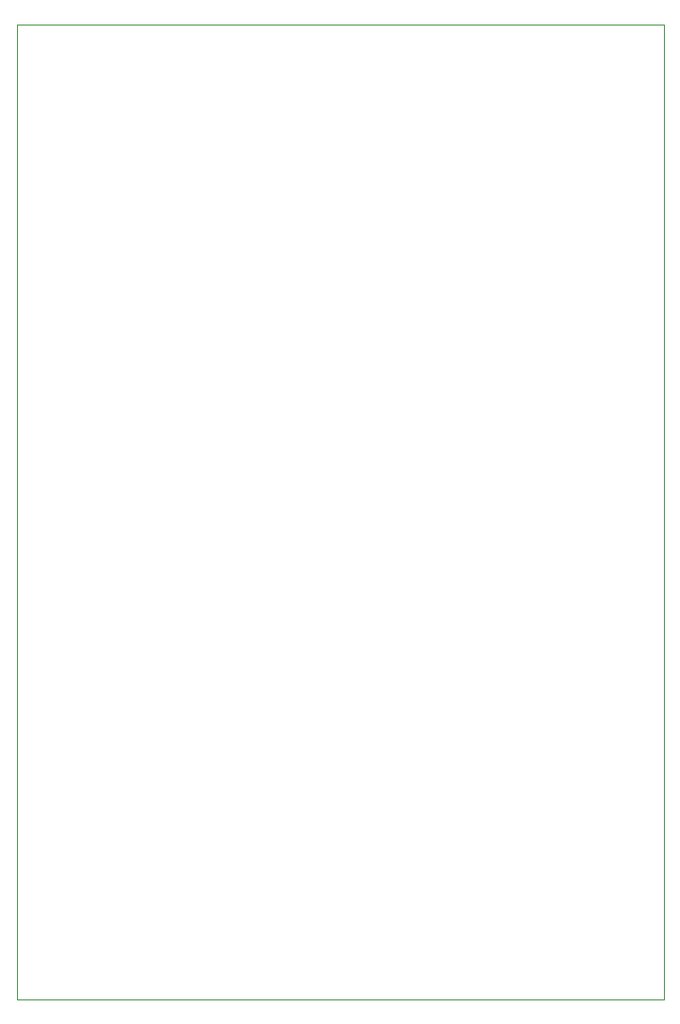
<source format=gbr>
%TF.GenerationSoftware,KiCad,Pcbnew,9.0.0*%
%TF.CreationDate,2025-05-27T23:15:15+02:00*%
%TF.ProjectId,PUTM_EV_PDMv2_PLAN_B_2024,5055544d-5f45-4565-9f50-444d76325f50,1.0*%
%TF.SameCoordinates,Original*%
%TF.FileFunction,Profile,NP*%
%FSLAX46Y46*%
G04 Gerber Fmt 4.6, Leading zero omitted, Abs format (unit mm)*
G04 Created by KiCad (PCBNEW 9.0.0) date 2025-05-27 23:15:15*
%MOMM*%
%LPD*%
G01*
G04 APERTURE LIST*
%TA.AperFunction,Profile*%
%ADD10C,0.100000*%
%TD*%
G04 APERTURE END LIST*
D10*
X120800000Y-54500000D02*
X178800000Y-54500000D01*
X178800000Y-141800000D01*
X120800000Y-141800000D01*
X120800000Y-54500000D01*
M02*

</source>
